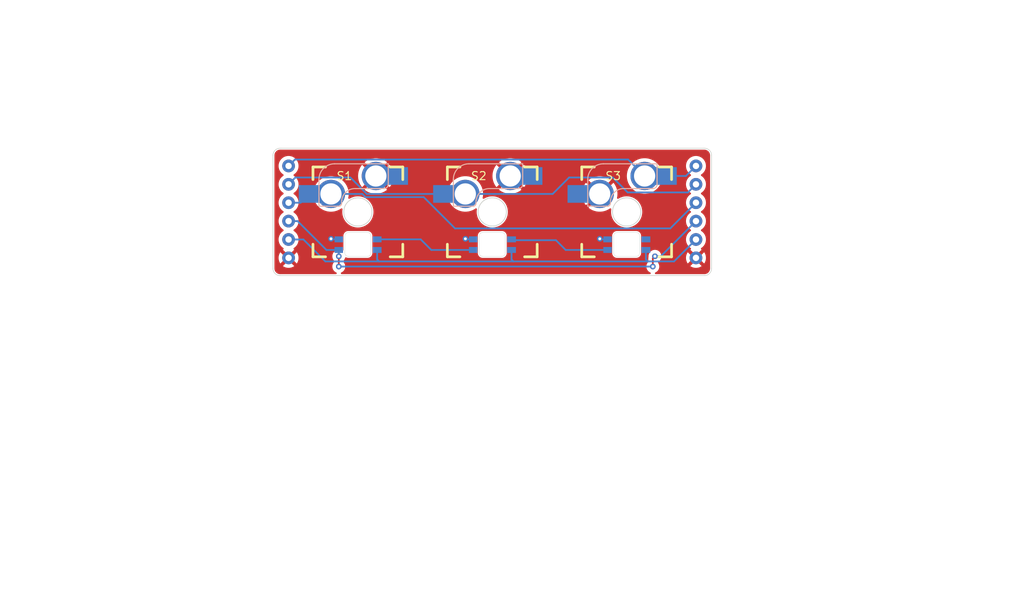
<source format=kicad_pcb>
(kicad_pcb (version 20221018) (generator pcbnew)
  (layers (0 "F.Cu" signal) (31 "B.Cu" signal) (34 "B.Paste" user) (35 "F.Paste" user) (36 "B.SilkS" user "B.Silkscreen") (37 "F.SilkS" user "F.Silkscreen") (38 "B.Mask" user) (39 "F.Mask" user) (44 "Edge.Cuts" user))
  (net 0 "")
  (net 1 "GND")
  (net 2 "/S1")
  (net 3 "+5V")
  (net 4 "Net-(S1-DOUT)")
  (net 5 "/S2")
  (net 6 "/S3")
  (net 7 "Net-(S2-DOUT)")
  (net 8 "Net-(E3-Pin_1)")
  (footprint "Footprints:Pin0.9mm" (layer "F.Cu") (at 60.2 44.1)
    (fp_text reference "E11" hide)
    (fp_text value "Conn_01x01_Pin" hide)
    (pad "1" thru_hole circle (at 0 0) (size 1.8 1.8) (drill 0.9) (layers "*.Cu" "*.Mask") (net 5 "/S2"))
  )
  (footprint "Footprints:Pin0.9mm" (layer "F.Cu") (at 117.8 49.3)
    (fp_text reference "E3" hide)
    (fp_text value "Conn_01x01_Pin" hide)
    (pad "1" thru_hole circle (at 0 0) (size 1.8 1.8) (drill 0.9) (layers "*.Cu" "*.Mask") (net 8 "Net-(E3-Pin_1)"))
  )
  (footprint "Footprints:Pin0.9mm" (layer "F.Cu") (at 60.2 54.5)
    (fp_text reference "E7" hide)
    (fp_text value "Conn_01x01_Pin" hide)
    (pad "1" thru_hole circle (at 0 0) (size 1.8 1.8) (drill 0.9) (layers "*.Cu" "*.Mask") (net 1 "GND"))
  )
  (footprint "Footprints:Pin0.9mm" (layer "F.Cu") (at 117.8 51.9)
    (fp_text reference "E2" hide)
    (fp_text value "Conn_01x01_Pin" hide)
    (pad "1" thru_hole circle (at 0 0) (size 1.8 1.8) (drill 0.9) (layers "*.Cu" "*.Mask") (net 3 "+5V"))
  )
  (footprint "Footprints:Pin0.9mm" (layer "F.Cu") (at 60.2 41.5)
    (fp_text reference "E12" hide)
    (fp_text value "Conn_01x01_Pin" hide)
    (pad "1" thru_hole circle (at 0 0) (size 1.8 1.8) (drill 0.9) (layers "*.Cu" "*.Mask") (net 6 "/S3"))
  )
  (footprint "Footprints:Pin0.9mm" (layer "F.Cu") (at 60.2 51.9)
    (fp_text reference "E8" hide)
    (fp_text value "Conn_01x01_Pin" hide)
    (pad "1" thru_hole circle (at 0 0) (size 1.8 1.8) (drill 0.9) (layers "*.Cu" "*.Mask") (net 3 "+5V"))
  )
  (footprint "Footprints:Pin0.9mm" (layer "F.Cu") (at 60.2 49.3)
    (fp_text reference "E9" hide)
    (fp_text value "Conn_01x01_Pin" hide)
    (pad "1" thru_hole circle (at 0 0) (size 1.8 1.8) (drill 0.9) (layers "*.Cu" "*.Mask") (net 8 "Net-(E3-Pin_1)"))
  )
  (footprint "Footprints:Pin0.9mm" (layer "F.Cu") (at 117.8 44.1)
    (fp_text reference "E5" hide)
    (fp_text value "Conn_01x01_Pin" hide)
    (pad "1" thru_hole circle (at 0 0) (size 1.8 1.8) (drill 0.9) (layers "*.Cu" "*.Mask") (net 5 "/S2"))
  )
  (footprint "Footprints:Pin0.9mm" (layer "F.Cu") (at 117.8 41.5)
    (fp_text reference "E4" hide)
    (fp_text value "Conn_01x01_Pin" hide)
    (pad "1" thru_hole circle (at 0 0) (size 1.8 1.8) (drill 0.9) (layers "*.Cu" "*.Mask") (net 6 "/S3"))
  )
  (footprint "Footprints:Pin0.9mm" (layer "F.Cu") (at 117.8 46.7)
    (fp_text reference "E6" hide)
    (fp_text value "Conn_01x01_Pin" hide)
    (pad "1" thru_hole circle (at 0 0) (size 1.8 1.8) (drill 0.9) (layers "*.Cu" "*.Mask") (net 2 "/S1"))
  )
  (footprint "Footprints:MX_SW_SOCKET_LED_REV" (layer "F.Cu") (at 108 48)
    (fp_text reference "S3" (at -3.093788 -5.083025) (layer "F.SilkS") (effects (font (size 1.143 1.143) (thickness 0.152)) (justify left)))
    (fp_text value "~" hide)
    (fp_line (start -5.5 -0.8) (end -5.5 -4.6) (stroke (width 0.15)) (layer "B.SilkS"))
    (fp_line (start -3.3 -6.8) (end 4.3 -6.8) (stroke (width 0.15)) (layer "B.SilkS"))
    (fp_line (start -2.65 -0.8) (end -5.5 -0.8) (stroke (width 0.15)) (layer "B.SilkS"))
    (fp_line (start 3.7 -3.3) (end -0.3 -3.3) (stroke (width 0.15)) (layer "B.SilkS"))
    (fp_line (start 4.3 -6.8) (end 4.3 -3.85) (stroke (width 0.15)) (layer "B.SilkS"))
    (fp_arc (start -5.5 -4.6) (mid -4.85554 -6.15573) (end -3.299731 -6.8) (stroke (width 0.15)) (layer "B.SilkS"))
    (fp_arc (start -2.3 -1.5) (mid -1.672817 -2.814191) (end -0.300066 -3.300003) (stroke (width 0.15)) (layer "B.SilkS"))
    (fp_arc (start -2.3 -1.35) (mid -2.361128 -1.002455) (end -2.650134 -0.79997) (stroke (width 0.15)) (layer "B.SilkS"))
    (fp_arc (start 4.3 -3.85) (mid 4.113976 -3.450797) (end 3.700181 -3.299992) (stroke (width 0.15)) (layer "B.SilkS"))
    (fp_line (start -6.35 -6.35) (end -4.572 -6.35) (stroke (width 0.381)) (layer "F.SilkS"))
    (fp_line (start -6.35 -4.572) (end -6.35 -6.35) (stroke (width 0.381)) (layer "F.SilkS"))
    (fp_line (start -6.35 6.35) (end -6.35 4.572) (stroke (width 0.381)) (layer "F.SilkS"))
    (fp_line (start -4.572 6.35) (end -6.35 6.35) (stroke (width 0.381)) (layer "F.SilkS"))
    (fp_line (start 4.572 -6.35) (end 6.35 -6.35) (stroke (width 0.381)) (layer "F.SilkS"))
    (fp_line (start 6.35 -6.35) (end 6.35 -4.572) (stroke (width 0.381)) (layer "F.SilkS"))
    (fp_line (start 6.35 4.572) (end 6.35 6.35) (stroke (width 0.381)) (layer "F.SilkS"))
    (fp_line (start 6.35 6.35) (end 4.572 6.35) (stroke (width 0.381)) (layer "F.SilkS"))
    (fp_line (start -1.846447 5.8) (end -1.846447 3.4) (stroke (width 0.05)) (layer "Edge.Cuts"))
    (fp_line (start -1.346447 2.9) (end 1.346447 2.9) (stroke (width 0.05)) (layer "Edge.Cuts"))
    (fp_line (start 1.346447 6.3) (end -1.346447 6.3) (stroke (width 0.05)) (layer "Edge.Cuts"))
    (fp_line (start 1.846447 3.4) (end 1.846447 5.8) (stroke (width 0.05)) (layer "Edge.Cuts"))
    (fp_arc (start -1.846447 3.4) (mid -1.7 3.046447) (end -1.346447 2.9) (stroke (width 0.05)) (layer "Edge.Cuts"))
    (fp_arc (start -1.346447 6.3) (mid -1.7 6.153553) (end -1.846447 5.8) (stroke (width 0.05)) (layer "Edge.Cuts"))
    (fp_arc (start 1.346447 2.9) (mid 1.700002 3.046446) (end 1.846447 3.4) (stroke (width 0.05)) (layer "Edge.Cuts"))
    (fp_arc (start 1.846447 5.8) (mid 1.700002 6.153555) (end 1.346447 6.3) (stroke (width 0.05)) (layer "Edge.Cuts"))
    (fp_circle (center 0 0) (end 2.000488 0.00118) (stroke (width 0.12)) (fill none) (layer "Edge.Cuts"))
    (pad "1" smd rect (at -6.858 -2.54) (size 3 2.5) (layers "B.Cu" "B.Paste" "B.Mask") (net 1 "GND"))
    (pad "1" thru_hole circle (at -3.81 -2.54) (size 4 4) (drill 3) (layers "*.Cu" "*.Mask") (net 1 "GND"))
    (pad "2" thru_hole circle (at 2.54 -5.08) (size 4 4) (drill 3) (layers "*.Cu" "*.Mask") (net 6 "/S3"))
    (pad "2" smd rect (at 5.588 -5.08) (size 3 2.5) (layers "B.Cu" "B.Paste" "B.Mask") (net 6 "/S3"))
    (pad "3" smd rect (at -2.7 3.88) (size 1.2 0.84) (layers "B.Cu" "B.Paste" "B.Mask") (net 1 "GND"))
    (pad "4" smd rect (at 2.7245 5.38) (size 1.249 0.84) (layers "B.Cu" "B.Paste" "B.Mask") (net 3 "+5V"))
    (pad "5" smd rect (at -2.7 5.38) (size 1.2 0.84) (layers "B.Cu" "B.Paste" "B.Mask") (net 7 "Net-(S2-DOUT)"))
    (pad "6" smd rect (at 2.7245 3.88) (size 1.249 0.84) (layers "B.Cu" "B.Paste" "B.Mask"))
  )
  (footprint "Footprints:MX_SW_SOCKET_LED_REV" (layer "F.Cu") (at 89 48)
    (fp_text reference "S2" (at -3.093788 -5.083025) (layer "F.SilkS") (effects (font (size 1.143 1.143) (thickness 0.152)) (justify left)))
    (fp_text value "~" hide)
    (fp_line (start -5.5 -0.8) (end -5.5 -4.6) (stroke (width 0.15)) (layer "B.SilkS"))
    (fp_line (start -3.3 -6.8) (end 4.3 -6.8) (stroke (width 0.15)) (layer "B.SilkS"))
    (fp_line (start -2.65 -0.8) (end -5.5 -0.8) (stroke (width 0.15)) (layer "B.SilkS"))
    (fp_line (start 3.7 -3.3) (end -0.3 -3.3) (stroke (width 0.15)) (layer "B.SilkS"))
    (fp_line (start 4.3 -6.8) (end 4.3 -3.85) (stroke (width 0.15)) (layer "B.SilkS"))
    (fp_arc (start -5.5 -4.6) (mid -4.85554 -6.15573) (end -3.299731 -6.8) (stroke (width 0.15)) (layer "B.SilkS"))
    (fp_arc (start -2.3 -1.5) (mid -1.672817 -2.814191) (end -0.300066 -3.300003) (stroke (width 0.15)) (layer "B.SilkS"))
    (fp_arc (start -2.3 -1.35) (mid -2.361128 -1.002455) (end -2.650134 -0.79997) (stroke (width 0.15)) (layer "B.SilkS"))
    (fp_arc (start 4.3 -3.85) (mid 4.113976 -3.450797) (end 3.700181 -3.299992) (stroke (width 0.15)) (layer "B.SilkS"))
    (fp_line (start -6.35 -6.35) (end -4.572 -6.35) (stroke (width 0.381)) (layer "F.SilkS"))
    (fp_line (start -6.35 -4.572) (end -6.35 -6.35) (stroke (width 0.381)) (layer "F.SilkS"))
    (fp_line (start -6.35 6.35) (end -6.35 4.572) (stroke (width 0.381)) (layer "F.SilkS"))
    (fp_line (start -4.572 6.35) (end -6.35 6.35) (stroke (width 0.381)) (layer "F.SilkS"))
    (fp_line (start 4.572 -6.35) (end 6.35 -6.35) (stroke (width 0.381)) (layer "F.SilkS"))
    (fp_line (start 6.35 -6.35) (end 6.35 -4.572) (stroke (width 0.381)) (layer "F.SilkS"))
    (fp_line (start 6.35 4.572) (end 6.35 6.35) (stroke (width 0.381)) (layer "F.SilkS"))
    (fp_line (start 6.35 6.35) (end 4.572 6.35) (stroke (width 0.381)) (layer "F.SilkS"))
    (fp_line (start -1.846447 5.8) (end -1.846447 3.4) (stroke (width 0.05)) (layer "Edge.Cuts"))
    (fp_line (start -1.346447 2.9) (end 1.346447 2.9) (stroke (width 0.05)) (layer "Edge.Cuts"))
    (fp_line (start 1.346447 6.3) (end -1.346447 6.3) (stroke (width 0.05)) (layer "Edge.Cuts"))
    (fp_line (start 1.846447 3.4) (end 1.846447 5.8) (stroke (width 0.05)) (layer "Edge.Cuts"))
    (fp_arc (start -1.846447 3.4) (mid -1.7 3.046447) (end -1.346447 2.9) (stroke (width 0.05)) (layer "Edge.Cuts"))
    (fp_arc (start -1.346447 6.3) (mid -1.7 6.153553) (end -1.846447 5.8) (stroke (width 0.05)) (layer "Edge.Cuts"))
    (fp_arc (start 1.346447 2.9) (mid 1.700002 3.046446) (end 1.846447 3.4) (stroke (width 0.05)) (layer "Edge.Cuts"))
    (fp_arc (start 1.846447 5.8) (mid 1.700002 6.153555) (end 1.346447 6.3) (stroke (width 0.05)) (layer "Edge.Cuts"))
    (fp_circle (center 0 0) (end 2.000488 0.00118) (stroke (width 0.12)) (fill none) (layer "Edge.Cuts"))
    (pad "1" smd rect (at -6.858 -2.54) (size 3 2.5) (layers "B.Cu" "B.Paste" "B.Mask") (net 5 "/S2"))
    (pad "1" thru_hole circle (at -3.81 -2.54) (size 4 4) (drill 3) (layers "*.Cu" "*.Mask") (net 5 "/S2"))
    (pad "2" thru_hole circle (at 2.54 -5.08) (size 4 4) (drill 3) (layers "*.Cu" "*.Mask") (net 1 "GND"))
    (pad "2" smd rect (at 5.588 -5.08) (size 3 2.5) (layers "B.Cu" "B.Paste" "B.Mask") (net 1 "GND"))
    (pad "3" smd rect (at -2.7 3.88) (size 1.2 0.84) (layers "B.Cu" "B.Paste" "B.Mask") (net 1 "GND"))
    (pad "4" smd rect (at 2.7245 5.38) (size 1.249 0.84) (layers "B.Cu" "B.Paste" "B.Mask") (net 3 "+5V"))
    (pad "5" smd rect (at -2.7 5.38) (size 1.2 0.84) (layers "B.Cu" "B.Paste" "B.Mask") (net 4 "Net-(S1-DOUT)"))
    (pad "6" smd rect (at 2.7245 3.88) (size 1.249 0.84) (layers "B.Cu" "B.Paste" "B.Mask") (net 7 "Net-(S2-DOUT)"))
  )
  (footprint "Footprints:Pin0.9mm" (layer "F.Cu") (at 60.2 46.7)
    (fp_text reference "E10" hide)
    (fp_text value "Conn_01x01_Pin" hide)
    (pad "1" thru_hole circle (at 0 0) (size 1.8 1.8) (drill 0.9) (layers "*.Cu" "*.Mask") (net 2 "/S1"))
  )
  (footprint "Footprints:MX_SW_SOCKET_LED_REV" (layer "F.Cu") (at 70 48)
    (fp_text reference "S1" (at -3.093788 -5.083025) (layer "F.SilkS") (effects (font (size 1.143 1.143) (thickness 0.152)) (justify left)))
    (fp_text value "~" hide)
    (fp_line (start -5.5 -0.8) (end -5.5 -4.6) (stroke (width 0.15)) (layer "B.SilkS"))
    (fp_line (start -3.3 -6.8) (end 4.3 -6.8) (stroke (width 0.15)) (layer "B.SilkS"))
    (fp_line (start -2.65 -0.8) (end -5.5 -0.8) (stroke (width 0.15)) (layer "B.SilkS"))
    (fp_line (start 3.7 -3.3) (end -0.3 -3.3) (stroke (width 0.15)) (layer "B.SilkS"))
    (fp_line (start 4.3 -6.8) (end 4.3 -3.85) (stroke (width 0.15)) (layer "B.SilkS"))
    (fp_arc (start -5.5 -4.6) (mid -4.85554 -6.15573) (end -3.299731 -6.8) (stroke (width 0.15)) (layer "B.SilkS"))
    (fp_arc (start -2.3 -1.5) (mid -1.672817 -2.814191) (end -0.300066 -3.300003) (stroke (width 0.15)) (layer "B.SilkS"))
    (fp_arc (start -2.3 -1.35) (mid -2.361128 -1.002455) (end -2.650134 -0.79997) (stroke (width 0.15)) (layer "B.SilkS"))
    (fp_arc (start 4.3 -3.85) (mid 4.113976 -3.450797) (end 3.700181 -3.299992) (stroke (width 0.15)) (layer "B.SilkS"))
    (fp_line (start -6.35 -6.35) (end -4.572 -6.35) (stroke (width 0.381)) (layer "F.SilkS"))
    (fp_line (start -6.35 -4.572) (end -6.35 -6.35) (stroke (width 0.381)) (layer "F.SilkS"))
    (fp_line (start -6.35 6.35) (end -6.35 4.572) (stroke (width 0.381)) (layer "F.SilkS"))
    (fp_line (start -4.572 6.35) (end -6.35 6.35) (stroke (width 0.381)) (layer "F.SilkS"))
    (fp_line (start 4.572 -6.35) (end 6.35 -6.35) (stroke (width 0.381)) (layer "F.SilkS"))
    (fp_line (start 6.35 -6.35) (end 6.35 -4.572) (stroke (width 0.381)) (layer "F.SilkS"))
    (fp_line (start 6.35 4.572) (end 6.35 6.35) (stroke (width 0.381)) (layer "F.SilkS"))
    (fp_line (start 6.35 6.35) (end 4.572 6.35) (stroke (width 0.381)) (layer "F.SilkS"))
    (fp_line (start -1.846447 5.8) (end -1.846447 3.4) (stroke (width 0.05)) (layer "Edge.Cuts"))
    (fp_line (start -1.346447 2.9) (end 1.346447 2.9) (stroke (width 0.05)) (layer "Edge.Cuts"))
    (fp_line (start 1.346447 6.3) (end -1.346447 6.3) (stroke (width 0.05)) (layer "Edge.Cuts"))
    (fp_line (start 1.846447 3.4) (end 1.846447 5.8) (stroke (width 0.05)) (layer "Edge.Cuts"))
    (fp_arc (start -1.846447 3.4) (mid -1.7 3.046447) (end -1.346447 2.9) (stroke (width 0.05)) (layer "Edge.Cuts"))
    (fp_arc (start -1.346447 6.3) (mid -1.7 6.153553) (end -1.846447 5.8) (stroke (width 0.05)) (layer "Edge.Cuts"))
    (fp_arc (start 1.346447 2.9) (mid 1.700002 3.046446) (end 1.846447 3.4) (stroke (width 0.05)) (layer "Edge.Cuts"))
    (fp_arc (start 1.846447 5.8) (mid 1.700002 6.153555) (end 1.346447 6.3) (stroke (width 0.05)) (layer "Edge.Cuts"))
    (fp_circle (center 0 0) (end 2.000488 0.00118) (stroke (width 0.12)) (fill none) (layer "Edge.Cuts"))
    (pad "1" smd rect (at -6.858 -2.54) (size 3 2.5) (layers "B.Cu" "B.Paste" "B.Mask") (net 2 "/S1"))
    (pad "1" thru_hole circle (at -3.81 -2.54) (size 4 4) (drill 3) (layers "*.Cu" "*.Mask") (net 2 "/S1"))
    (pad "2" thru_hole circle (at 2.54 -5.08) (size 4 4) (drill 3) (layers "*.Cu" "*.Mask") (net 1 "GND"))
    (pad "2" smd rect (at 5.588 -5.08) (size 3 2.5) (layers "B.Cu" "B.Paste" "B.Mask") (net 1 "GND"))
    (pad "3" smd rect (at -2.7 3.88) (size 1.2 0.84) (layers "B.Cu" "B.Paste" "B.Mask") (net 1 "GND"))
    (pad "4" smd rect (at 2.7245 5.38) (size 1.249 0.84) (layers "B.Cu" "B.Paste" "B.Mask") (net 3 "+5V"))
    (pad "5" smd rect (at -2.7 5.38) (size 1.2 0.84) (layers "B.Cu" "B.Paste" "B.Mask") (net 8 "Net-(E3-Pin_1)"))
    (pad "6" smd rect (at 2.7245 3.88) (size 1.249 0.84) (layers "B.Cu" "B.Paste" "B.Mask") (net 4 "Net-(S1-DOUT)"))
  )
  (footprint "Footprints:Pin0.9mm" (layer "F.Cu") (at 117.8 54.5)
    (fp_text reference "E1" hide)
    (fp_text value "Conn_01x01_Pin" hide)
    (pad "1" thru_hole circle (at 0 0) (size 1.8 1.8) (drill 0.9) (layers "*.Cu" "*.Mask") (net 1 "GND"))
  )
  (gr_line (start 58 56) (end 58 40) (stroke (width 0.1)) (layer "Edge.Cuts"))
  (gr_line (start 120 40) (end 120 56) (stroke (width 0.1)) (layer "Edge.Cuts"))
  (gr_arc (start 59 57) (mid 58.292893 56.707107) (end 58 56) (stroke (width 0.1)) (layer "Edge.Cuts"))
  (gr_arc (start 58 40) (mid 58.292893 39.292893) (end 59 39) (stroke (width 0.1)) (layer "Edge.Cuts"))
  (gr_line (start 119 57) (end 59 57) (stroke (width 0.1)) (layer "Edge.Cuts"))
  (gr_arc (start 119 39) (mid 119.707107 39.292893) (end 120 40) (stroke (width 0.1)) (layer "Edge.Cuts"))
  (gr_line (start 59 39) (end 119 39) (stroke (width 0.1)) (layer "Edge.Cuts"))
  (gr_arc (start 120 56) (mid 119.707107 56.707107) (end 119 57) (stroke (width 0.1)) (layer "Edge.Cuts"))
  (via (at 85.2 51.8) (size 0.8) (drill 0.4) (layers "F.Cu" "B.Cu") (net 1))
  (via (at 66.2 51.8) (size 0.8) (drill 0.4) (layers "F.Cu" "B.Cu") (net 1))
  (via (at 104.2 51.8) (size 0.8) (drill 0.4) (layers "F.Cu" "B.Cu") (net 1))
  (segment (start 67.3 51.88) (end 66.28 51.88) (width 0.25) (layer "B.Cu") (net 1))
  (segment (start 85.28 51.88) (end 85.2 51.8) (width 0.25) (layer "B.Cu") (net 1))
  (segment (start 105.3 51.88) (end 104.28 51.88) (width 0.25) (layer "B.Cu") (net 1))
  (segment (start 86.3 51.88) (end 85.28 51.88) (width 0.25) (layer "B.Cu") (net 1))
  (segment (start 66.28 51.88) (end 66.2 51.8) (width 0.25) (layer "B.Cu") (net 1))
  (segment (start 104.28 51.88) (end 104.2 51.8) (width 0.25) (layer "B.Cu") (net 1))
  (segment (start 83.728037 50.328037) (end 79.31 45.91) (width 0.25) (layer "B.Cu") (net 2))
  (segment (start 70.623604 45.46) (end 66.19 45.46) (width 0.25) (layer "B.Cu") (net 2))
  (segment (start 60.2 46.7) (end 61.902 46.7) (width 0.25) (layer "B.Cu") (net 2))
  (segment (start 61.902 46.7) (end 63.142 45.46) (width 0.25) (layer "B.Cu") (net 2))
  (segment (start 117.8 46.7) (end 114.171963 50.328037) (width 0.25) (layer "B.Cu") (net 2))
  (segment (start 114.171963 50.328037) (end 83.728037 50.328037) (width 0.25) (layer "B.Cu") (net 2))
  (segment (start 71.073604 45.91) (end 70.623604 45.46) (width 0.25) (layer "B.Cu") (net 2))
  (segment (start 79.31 45.91) (end 71.073604 45.91) (width 0.25) (layer "B.Cu") (net 2))
  (segment (start 73 55) (end 65.4 55) (width 0.25) (layer "B.Cu") (net 3))
  (segment (start 91.7245 53.38) (end 91.7245 54.7245) (width 0.25) (layer "B.Cu") (net 3))
  (segment (start 111 55) (end 114.7 55) (width 0.25) (layer "B.Cu") (net 3))
  (segment (start 110.7245 53.38) (end 110.7245 54.7245) (width 0.25) (layer "B.Cu") (net 3))
  (segment (start 111 55) (end 92 55) (width 0.25) (layer "B.Cu") (net 3))
  (segment (start 91.7245 54.7245) (end 92 55) (width 0.25) (layer "B.Cu") (net 3))
  (segment (start 92 55) (end 73 55) (width 0.25) (layer "B.Cu") (net 3))
  (segment (start 110.7245 54.7245) (end 111 55) (width 0.25) (layer "B.Cu") (net 3))
  (segment (start 62.3 51.9) (end 60.2 51.9) (width 0.25) (layer "B.Cu") (net 3))
  (segment (start 65.4 55) (end 62.3 51.9) (width 0.25) (layer "B.Cu") (net 3))
  (segment (start 72.7245 53.38) (end 72.7245 54.7245) (width 0.25) (layer "B.Cu") (net 3))
  (segment (start 72.7245 54.7245) (end 73 55) (width 0.25) (layer "B.Cu") (net 3))
  (segment (start 114.7 55) (end 117.8 51.9) (width 0.25) (layer "B.Cu") (net 3))
  (segment (start 78.88 51.88) (end 80.38 53.38) (width 0.25) (layer "B.Cu") (net 4))
  (segment (start 80.38 53.38) (end 86.3 53.38) (width 0.25) (layer "B.Cu") (net 4))
  (segment (start 72.7245 51.88) (end 78.88 51.88) (width 0.25) (layer "B.Cu") (net 4))
  (segment (start 61.165 43.135) (end 68.935 43.135) (width 0.25) (layer "B.Cu") (net 5))
  (segment (start 116.655 45.245) (end 108.145 45.245) (width 0.25) (layer "B.Cu") (net 5))
  (segment (start 71.26 45.46) (end 82.142 45.46) (width 0.25) (layer "B.Cu") (net 5))
  (segment (start 108.145 45.245) (end 106.035 43.135) (width 0.25) (layer "B.Cu") (net 5))
  (segment (start 117.8 44.1) (end 116.655 45.245) (width 0.25) (layer "B.Cu") (net 5))
  (segment (start 99.865 43.135) (end 97.54 45.46) (width 0.25) (layer "B.Cu") (net 5))
  (segment (start 68.935 43.135) (end 71.26 45.46) (width 0.25) (layer "B.Cu") (net 5))
  (segment (start 106.035 43.135) (end 99.865 43.135) (width 0.25) (layer "B.Cu") (net 5))
  (segment (start 60.2 44.1) (end 61.165 43.135) (width 0.25) (layer "B.Cu") (net 5))
  (segment (start 97.54 45.46) (end 85.19 45.46) (width 0.25) (layer "B.Cu") (net 5))
  (segment (start 108.215 40.595) (end 110.54 42.92) (width 0.25) (layer "B.Cu") (net 6))
  (segment (start 61.105 40.595) (end 108.215 40.595) (width 0.25) (layer "B.Cu") (net 6))
  (segment (start 116.38 42.92) (end 117.8 41.5) (width 0.25) (layer "B.Cu") (net 6))
  (segment (start 113.588 42.92) (end 116.38 42.92) (width 0.25) (layer "B.Cu") (net 6))
  (segment (start 60.2 41.5) (end 61.105 40.595) (width 0.25) (layer "B.Cu") (net 6))
  (segment (start 99.38 53.38) (end 105.3 53.38) (width 0.25) (layer "B.Cu") (net 7))
  (segment (start 98 52) (end 99.38 53.38) (width 0.25) (layer "B.Cu") (net 7))
  (segment (start 91.919 51.88) (end 92.039 52) (width 0.25) (layer "B.Cu") (net 7))
  (segment (start 91.7245 51.88) (end 91.919 51.88) (width 0.25) (layer "B.Cu") (net 7))
  (segment (start 92.039 52) (end 98 52) (width 0.25) (layer "B.Cu") (net 7))
  (segment (start 111.7 54.5755) (end 112 54.2755) (width 0.25) (layer "F.Cu") (net 8))
  (segment (start 111.7 55.7245) (end 111.7 54.5755) (width 0.25) (layer "F.Cu") (net 8))
  (segment (start 67.3 54.2755) (end 67.3 55.7245) (width 0.25) (layer "F.Cu") (net 8))
  (via (at 67.3 54.2755) (size 0.8) (drill 0.4) (layers "F.Cu" "B.Cu") (net 8))
  (via (at 67.3 55.7245) (size 0.8) (drill 0.4) (layers "F.Cu" "B.Cu") (net 8))
  (via (at 111.7 55.7245) (size 0.8) (drill 0.4) (layers "F.Cu" "B.Cu") (net 8))
  (via (at 112 54.2755) (size 0.8) (drill 0.4) (layers "F.Cu" "B.Cu") (net 8))
  (segment (start 60.2 49.3) (end 61.472792 49.3) (width 0.25) (layer "B.Cu") (net 8))
  (segment (start 61.472792 49.3) (end 65.552792 53.38) (width 0.25) (layer "B.Cu") (net 8))
  (segment (start 67.3 53.38) (end 67.3 54.2755) (width 0.25) (layer "B.Cu") (net 8))
  (segment (start 112.8245 54.2755) (end 117.8 49.3) (width 0.25) (layer "B.Cu") (net 8))
  (segment (start 112 54.2755) (end 112.8245 54.2755) (width 0.25) (layer "B.Cu") (net 8))
  (segment (start 67.3 55.7245) (end 111.7 55.7245) (width 0.25) (layer "B.Cu") (net 8))
  (segment (start 65.552792 53.38) (end 67.3 53.38) (width 0.25) (layer "B.Cu") (net 8))
  (zone (net 1) (net_name "GND") (layer "F.Cu") (connect_pads (clearance 0.508)) (min_thickness 0.254) (fill yes (thermal_gap 0.508) (thermal_bridge_width 0.508))
    (polygon (pts (xy 164.18 102.159) (xy 19.4 102.159) (xy 19.4 18.039) (xy 164.18 18.039)))
  )
)
</source>
